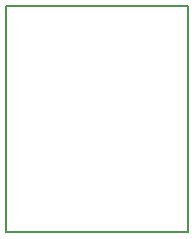
<source format=gm1>
G04 #@! TF.GenerationSoftware,KiCad,Pcbnew,7.0.0-da2b9df05c~163~ubuntu22.04.1*
G04 #@! TF.CreationDate,2023-03-12T19:31:38+00:00*
G04 #@! TF.ProjectId,flippity,666c6970-7069-4747-992e-6b696361645f,rev?*
G04 #@! TF.SameCoordinates,Original*
G04 #@! TF.FileFunction,Profile,NP*
%FSLAX46Y46*%
G04 Gerber Fmt 4.6, Leading zero omitted, Abs format (unit mm)*
G04 Created by KiCad (PCBNEW 7.0.0-da2b9df05c~163~ubuntu22.04.1) date 2023-03-12 19:31:38*
%MOMM*%
%LPD*%
G01*
G04 APERTURE LIST*
G04 #@! TA.AperFunction,Profile*
%ADD10C,0.200000*%
G04 #@! TD*
G04 APERTURE END LIST*
D10*
X140068000Y-89500000D02*
X155500000Y-89500000D01*
X155500000Y-89500000D02*
X155500000Y-108620000D01*
X155500000Y-108620000D02*
X140068000Y-108620000D01*
X140068000Y-108620000D02*
X140068000Y-89500000D01*
M02*

</source>
